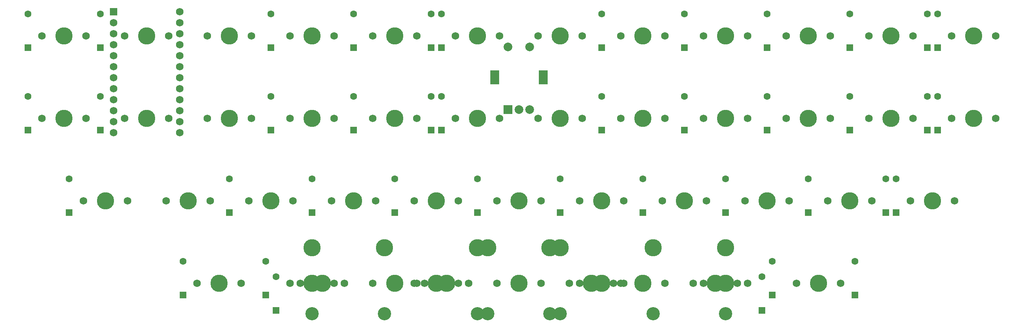
<source format=gbr>
%TF.GenerationSoftware,KiCad,Pcbnew,(5.1.9)-1*%
%TF.CreationDate,2021-08-20T11:44:51-07:00*%
%TF.ProjectId,Ingot,496e676f-742e-46b6-9963-61645f706362,rev?*%
%TF.SameCoordinates,Original*%
%TF.FileFunction,Soldermask,Top*%
%TF.FilePolarity,Negative*%
%FSLAX46Y46*%
G04 Gerber Fmt 4.6, Leading zero omitted, Abs format (unit mm)*
G04 Created by KiCad (PCBNEW (5.1.9)-1) date 2021-08-20 11:44:51*
%MOMM*%
%LPD*%
G01*
G04 APERTURE LIST*
%ADD10C,3.987800*%
%ADD11C,1.750000*%
%ADD12C,3.048000*%
%ADD13C,1.752600*%
%ADD14R,1.752600X1.752600*%
%ADD15C,2.000000*%
%ADD16R,2.000000X3.200000*%
%ADD17R,2.000000X2.000000*%
%ADD18R,1.600000X1.600000*%
%ADD19C,1.600000*%
G04 APERTURE END LIST*
D10*
%TO.C,MX40-1u1*%
X197644580Y-90487880D03*
D11*
X192564580Y-90487880D03*
X202724580Y-90487880D03*
%TD*%
D10*
%TO.C,MX39-2u1*%
X169069460Y-90487880D03*
D11*
X163989460Y-90487880D03*
X174149460Y-90487880D03*
D12*
X157163210Y-97472880D03*
X180975710Y-97472880D03*
D10*
X157163210Y-82232880D03*
X180975710Y-82232880D03*
%TD*%
%TO.C,MX38-2u1*%
X130969300Y-90487880D03*
D11*
X125889300Y-90487880D03*
X136049300Y-90487880D03*
D12*
X119063050Y-97472880D03*
X142875550Y-97472880D03*
D10*
X119063050Y-82232880D03*
X142875550Y-82232880D03*
%TD*%
%TO.C,MX37-1u1*%
X102394180Y-90487880D03*
D11*
X97314180Y-90487880D03*
X107474180Y-90487880D03*
%TD*%
D10*
%TO.C,MX38-6u1*%
X197644380Y-82232880D03*
X102394380Y-82232880D03*
D12*
X197644380Y-97472880D03*
X102394380Y-97472880D03*
D11*
X155099380Y-90487880D03*
X144939380Y-90487880D03*
D10*
X150019380Y-90487880D03*
%TD*%
%TO.C,MX39-3u1*%
X178594500Y-90487880D03*
D11*
X173514500Y-90487880D03*
X183674500Y-90487880D03*
D12*
X159544500Y-97472880D03*
X197644500Y-97472880D03*
D10*
X159544500Y-82232880D03*
X197644500Y-82232880D03*
%TD*%
%TO.C,MX38-3u1*%
X121444260Y-90487880D03*
D11*
X116364260Y-90487880D03*
X126524260Y-90487880D03*
D12*
X102394260Y-97472880D03*
X140494260Y-97472880D03*
D10*
X102394260Y-82232880D03*
X140494260Y-82232880D03*
%TD*%
D13*
%TO.C,PM1*%
X71914020Y-27702050D03*
X56674020Y-55642050D03*
X71914020Y-30242050D03*
X71914020Y-32782050D03*
X71914020Y-35322050D03*
X71914020Y-37862050D03*
X71914020Y-40402050D03*
X71914020Y-42942050D03*
X71914020Y-45482050D03*
X71914020Y-48022050D03*
X71914020Y-50562050D03*
X71914020Y-53102050D03*
X71914020Y-55642050D03*
X56674020Y-53102050D03*
X56674020Y-50562050D03*
X56674020Y-48022050D03*
X56674020Y-45482050D03*
X56674020Y-42942050D03*
X56674020Y-40402050D03*
X56674020Y-37862050D03*
X56674020Y-35322050D03*
X56674020Y-32782050D03*
X56674020Y-30242050D03*
D14*
X56674020Y-27702050D03*
%TD*%
D10*
%TO.C,MX41*%
X219075920Y-90487880D03*
D11*
X213995920Y-90487880D03*
X224155920Y-90487880D03*
%TD*%
D10*
%TO.C,MX40*%
X195263320Y-90487880D03*
D11*
X190183320Y-90487880D03*
X200343320Y-90487880D03*
%TD*%
D10*
%TO.C,MX39*%
X166688200Y-90487880D03*
D11*
X161608200Y-90487880D03*
X171768200Y-90487880D03*
%TD*%
D10*
%TO.C,MX38*%
X133350560Y-90487880D03*
D11*
X128270560Y-90487880D03*
X138430560Y-90487880D03*
%TD*%
D10*
%TO.C,MX37*%
X104775440Y-90487880D03*
D11*
X99695440Y-90487880D03*
X109855440Y-90487880D03*
%TD*%
D10*
%TO.C,MX36*%
X80962840Y-90487880D03*
D11*
X75882840Y-90487880D03*
X86042840Y-90487880D03*
%TD*%
D10*
%TO.C,MX35*%
X245269780Y-71437800D03*
D11*
X240189780Y-71437800D03*
X250349780Y-71437800D03*
%TD*%
D10*
%TO.C,MX34*%
X226219700Y-71437800D03*
D11*
X221139700Y-71437800D03*
X231299700Y-71437800D03*
%TD*%
D10*
%TO.C,MX33*%
X207169620Y-71437800D03*
D11*
X202089620Y-71437800D03*
X212249620Y-71437800D03*
%TD*%
D10*
%TO.C,MX32*%
X188119540Y-71437800D03*
D11*
X183039540Y-71437800D03*
X193199540Y-71437800D03*
%TD*%
D10*
%TO.C,MX31*%
X169069460Y-71437800D03*
D11*
X163989460Y-71437800D03*
X174149460Y-71437800D03*
%TD*%
D10*
%TO.C,MX30*%
X150019380Y-71437800D03*
D11*
X144939380Y-71437800D03*
X155099380Y-71437800D03*
%TD*%
D10*
%TO.C,MX29*%
X130969300Y-71437800D03*
D11*
X125889300Y-71437800D03*
X136049300Y-71437800D03*
%TD*%
D10*
%TO.C,MX28*%
X111919220Y-71437800D03*
D11*
X106839220Y-71437800D03*
X116999220Y-71437800D03*
%TD*%
D10*
%TO.C,MX27*%
X92869140Y-71437800D03*
D11*
X87789140Y-71437800D03*
X97949140Y-71437800D03*
%TD*%
D10*
%TO.C,MX26*%
X73819060Y-71437800D03*
D11*
X68739060Y-71437800D03*
X78899060Y-71437800D03*
%TD*%
D10*
%TO.C,MX25*%
X54768980Y-71437800D03*
D11*
X49688980Y-71437800D03*
X59848980Y-71437800D03*
%TD*%
D10*
%TO.C,MX24*%
X254794820Y-52387720D03*
D11*
X249714820Y-52387720D03*
X259874820Y-52387720D03*
%TD*%
D10*
%TO.C,MX23*%
X235744740Y-52387720D03*
D11*
X230664740Y-52387720D03*
X240824740Y-52387720D03*
%TD*%
D10*
%TO.C,MX22*%
X216694660Y-52387720D03*
D11*
X211614660Y-52387720D03*
X221774660Y-52387720D03*
%TD*%
D10*
%TO.C,MX21*%
X197644580Y-52387720D03*
D11*
X192564580Y-52387720D03*
X202724580Y-52387720D03*
%TD*%
D10*
%TO.C,MX20*%
X178594500Y-52387720D03*
D11*
X173514500Y-52387720D03*
X183674500Y-52387720D03*
%TD*%
D10*
%TO.C,MX19*%
X159544420Y-52387720D03*
D11*
X154464420Y-52387720D03*
X164624420Y-52387720D03*
%TD*%
D10*
%TO.C,MX18*%
X140494340Y-52387720D03*
D11*
X135414340Y-52387720D03*
X145574340Y-52387720D03*
%TD*%
D10*
%TO.C,MX17*%
X121444260Y-52387720D03*
D11*
X116364260Y-52387720D03*
X126524260Y-52387720D03*
%TD*%
D10*
%TO.C,MX16*%
X102394180Y-52387720D03*
D11*
X97314180Y-52387720D03*
X107474180Y-52387720D03*
%TD*%
D10*
%TO.C,MX15*%
X83344100Y-52387720D03*
D11*
X78264100Y-52387720D03*
X88424100Y-52387720D03*
%TD*%
D10*
%TO.C,MX14*%
X64294020Y-52387720D03*
D11*
X59214020Y-52387720D03*
X69374020Y-52387720D03*
%TD*%
D10*
%TO.C,MX13*%
X45243940Y-52387720D03*
D11*
X40163940Y-52387720D03*
X50323940Y-52387720D03*
%TD*%
D10*
%TO.C,MX12*%
X254794820Y-33337640D03*
D11*
X249714820Y-33337640D03*
X259874820Y-33337640D03*
%TD*%
D10*
%TO.C,MX11*%
X235744740Y-33337640D03*
D11*
X230664740Y-33337640D03*
X240824740Y-33337640D03*
%TD*%
D10*
%TO.C,MX10*%
X216694660Y-33337640D03*
D11*
X211614660Y-33337640D03*
X221774660Y-33337640D03*
%TD*%
D10*
%TO.C,MX9*%
X197644580Y-33337640D03*
D11*
X192564580Y-33337640D03*
X202724580Y-33337640D03*
%TD*%
D10*
%TO.C,MX8*%
X178594500Y-33337640D03*
D11*
X173514500Y-33337640D03*
X183674500Y-33337640D03*
%TD*%
D10*
%TO.C,MX7*%
X159544420Y-33337640D03*
D11*
X154464420Y-33337640D03*
X164624420Y-33337640D03*
%TD*%
D10*
%TO.C,MX6*%
X140494340Y-33337640D03*
D11*
X135414340Y-33337640D03*
X145574340Y-33337640D03*
%TD*%
D10*
%TO.C,MX5*%
X121444260Y-33337640D03*
D11*
X116364260Y-33337640D03*
X126524260Y-33337640D03*
%TD*%
D10*
%TO.C,MX4*%
X102394180Y-33337640D03*
D11*
X97314180Y-33337640D03*
X107474180Y-33337640D03*
%TD*%
D10*
%TO.C,MX3*%
X83344100Y-33337640D03*
D11*
X78264100Y-33337640D03*
X88424100Y-33337640D03*
%TD*%
D10*
%TO.C,MX2*%
X64294020Y-33337640D03*
D11*
X59214020Y-33337640D03*
X69374020Y-33337640D03*
%TD*%
D10*
%TO.C,MX1*%
X45243940Y-33337640D03*
D11*
X40163940Y-33337640D03*
X50323940Y-33337640D03*
%TD*%
D15*
%TO.C,KNOB1*%
X152519380Y-35862680D03*
X147519380Y-35862680D03*
D16*
X155619380Y-42862680D03*
X144419380Y-42862680D03*
D15*
X152519380Y-50362680D03*
X150019380Y-50362680D03*
D17*
X147519380Y-50362680D03*
%TD*%
D18*
%TO.C,D41*%
X227410330Y-93197250D03*
D19*
X227410330Y-85397250D03*
%TD*%
D18*
%TO.C,D40*%
X208360250Y-93197250D03*
D19*
X208360250Y-85397250D03*
%TD*%
D18*
%TO.C,D39*%
X205978990Y-96769140D03*
D19*
X205978990Y-88969140D03*
%TD*%
D18*
%TO.C,D38*%
X94059770Y-96769140D03*
D19*
X94059770Y-88969140D03*
%TD*%
D18*
%TO.C,D37*%
X91678510Y-93197250D03*
D19*
X91678510Y-85397250D03*
%TD*%
D18*
%TO.C,D36*%
X72628430Y-93197250D03*
D19*
X72628430Y-85397250D03*
%TD*%
D18*
%TO.C,D35*%
X236935370Y-74147170D03*
D19*
X236935370Y-66347170D03*
%TD*%
D18*
%TO.C,D34*%
X234554110Y-74147170D03*
D19*
X234554110Y-66347170D03*
%TD*%
D18*
%TO.C,D33*%
X216694660Y-74147170D03*
D19*
X216694660Y-66347170D03*
%TD*%
D18*
%TO.C,D32*%
X197644580Y-74147170D03*
D19*
X197644580Y-66347170D03*
%TD*%
D18*
%TO.C,D31*%
X178594500Y-74147170D03*
D19*
X178594500Y-66347170D03*
%TD*%
D18*
%TO.C,D30*%
X159544420Y-74147170D03*
D19*
X159544420Y-66347170D03*
%TD*%
D18*
%TO.C,D29*%
X140494340Y-74147170D03*
D19*
X140494340Y-66347170D03*
%TD*%
D18*
%TO.C,D28*%
X121444260Y-74147170D03*
D19*
X121444260Y-66347170D03*
%TD*%
D18*
%TO.C,D27*%
X102394180Y-74147170D03*
D19*
X102394180Y-66347170D03*
%TD*%
D18*
%TO.C,D26*%
X83344100Y-74147170D03*
D19*
X83344100Y-66347170D03*
%TD*%
D18*
%TO.C,D25*%
X46434570Y-74147170D03*
D19*
X46434570Y-66347170D03*
%TD*%
D18*
%TO.C,D24*%
X246460410Y-55097090D03*
D19*
X246460410Y-47297090D03*
%TD*%
D18*
%TO.C,D23*%
X244079150Y-55097090D03*
D19*
X244079150Y-47297090D03*
%TD*%
D18*
%TO.C,D22*%
X226219700Y-55097090D03*
D19*
X226219700Y-47297090D03*
%TD*%
D18*
%TO.C,D21*%
X207169620Y-55097090D03*
D19*
X207169620Y-47297090D03*
%TD*%
D18*
%TO.C,D20*%
X188119540Y-55097090D03*
D19*
X188119540Y-47297090D03*
%TD*%
D18*
%TO.C,D19*%
X169069460Y-55097090D03*
D19*
X169069460Y-47297090D03*
%TD*%
D18*
%TO.C,D18*%
X132159930Y-55097090D03*
D19*
X132159930Y-47297090D03*
%TD*%
D18*
%TO.C,D17*%
X129778670Y-55097090D03*
D19*
X129778670Y-47297090D03*
%TD*%
D18*
%TO.C,D16*%
X111919220Y-55097090D03*
D19*
X111919220Y-47297090D03*
%TD*%
D18*
%TO.C,D15*%
X92869140Y-55097090D03*
D19*
X92869140Y-47297090D03*
%TD*%
D18*
%TO.C,D14*%
X53578350Y-55097090D03*
D19*
X53578350Y-47297090D03*
%TD*%
D18*
%TO.C,D13*%
X36909530Y-55097090D03*
D19*
X36909530Y-47297090D03*
%TD*%
D18*
%TO.C,D12*%
X246460410Y-36047010D03*
D19*
X246460410Y-28247010D03*
%TD*%
D18*
%TO.C,D11*%
X244079150Y-36047010D03*
D19*
X244079150Y-28247010D03*
%TD*%
D18*
%TO.C,D10*%
X226219700Y-36047010D03*
D19*
X226219700Y-28247010D03*
%TD*%
D18*
%TO.C,D9*%
X207169620Y-36047010D03*
D19*
X207169620Y-28247010D03*
%TD*%
D18*
%TO.C,D8*%
X188119540Y-36047010D03*
D19*
X188119540Y-28247010D03*
%TD*%
D18*
%TO.C,D7*%
X169069460Y-36047010D03*
D19*
X169069460Y-28247010D03*
%TD*%
D18*
%TO.C,D6*%
X132159930Y-36047010D03*
D19*
X132159930Y-28247010D03*
%TD*%
D18*
%TO.C,D5*%
X129778670Y-36047010D03*
D19*
X129778670Y-28247010D03*
%TD*%
D18*
%TO.C,D4*%
X111919220Y-36047010D03*
D19*
X111919220Y-28247010D03*
%TD*%
D18*
%TO.C,D3*%
X92869140Y-36047010D03*
D19*
X92869140Y-28247010D03*
%TD*%
D18*
%TO.C,D2*%
X53578350Y-36047010D03*
D19*
X53578350Y-28247010D03*
%TD*%
D18*
%TO.C,D1*%
X36909530Y-36047010D03*
D19*
X36909530Y-28247010D03*
%TD*%
M02*

</source>
